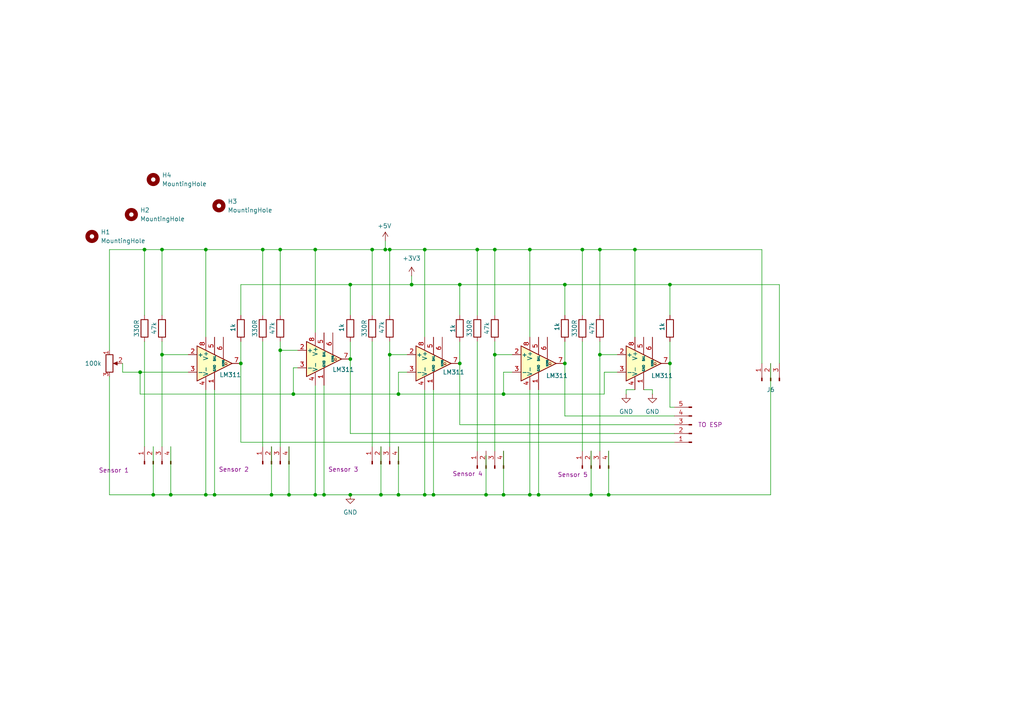
<source format=kicad_sch>
(kicad_sch (version 20250114) (generator "eeschema") (generator_version "9.0")
  (paper "A4")
  (lib_symbols
    (symbol "Comparator:LM311" (pin_names (offset 0.127))
      (property "Reference" "U" (at 3.81 6.35 0))
      (property "Value" "LM311" (at 3.81 3.81 0))
      (symbol "LM311_0_1"
        (polyline (pts (xy 3.683 -0.381) (xy 3.302 -0.381) (xy 3.683 0) (xy 3.302 0.381) (xy 2.921 0) (xy 3.302 -0.381) (xy 2.921 -0.381)) (stroke (width 0.127)))
        (polyline (pts (xy 5.08 0) (xy -5.08 5.08) (xy -5.08 -5.08) (xy 5.08 0)) (stroke (width 0.254)) (fill (type background)))
      )
      (symbol "LM311_1_1"
        (pin input line (at -7.62 2.54 0) (length 2.54) (name "+") (number "2"))
        (pin input line (at -7.62 -2.54 0) (length 2.54) (name "-") (number "3"))
        (pin power_in line (at -2.54 7.62 270) (length 3.81) (name "V+") (number "8"))
        (pin power_in line (at -2.54 -7.62 90) (length 3.81) (name "V-") (number "4"))
        (pin input line (at 0 7.62 270) (length 5.08) (name "BAL") (number "5"))
        (pin passive line (at 0 -7.62 90) (length 5.08) (name "GND") (number "1"))
        (pin input line (at 2.54 7.62 270) (length 6.35) (name "STRB") (number "6"))
        (pin open_collector line (at 7.62 0 180) (length 2.54) (name "~") (number "7"))
      )
    )
    (symbol "Connector:Conn_01x03_Pin" (pin_names (offset 1.016) (hide yes))
      (property "Reference" "J" (at 0 5.08 0))
      (property "Value" "Conn_01x03_Pin" (at 0 -5.08 0))
      (symbol "Conn_01x03_Pin_1_1"
        (rectangle (start 0.8636 2.667) (end 0 2.413) (stroke (width 0.1524)) (fill (type outline)))
        (rectangle (start 0.8636 0.127) (end 0 -0.127) (stroke (width 0.1524)) (fill (type outline)))
        (rectangle (start 0.8636 -2.413) (end 0 -2.667) (stroke (width 0.1524)) (fill (type outline)))
        (polyline (pts (xy 1.27 2.54) (xy 0.8636 2.54)) (stroke (width 0.1524)))
        (polyline (pts (xy 1.27 0) (xy 0.8636 0)) (stroke (width 0.1524)))
        (polyline (pts (xy 1.27 -2.54) (xy 0.8636 -2.54)) (stroke (width 0.1524)))
        (pin passive line (at 5.08 2.54 180) (length 3.81) (name "Pin_1") (number "1"))
        (pin passive line (at 5.08 0 180) (length 3.81) (name "Pin_2") (number "2"))
        (pin passive line (at 5.08 -2.54 180) (length 3.81) (name "Pin_3") (number "3"))
      )
    )
    (symbol "Connector:Conn_01x04_Pin" (pin_names (offset 1.016) (hide yes))
      (property "Reference" "J" (at 0 5.08 0))
      (property "Value" "Conn_01x04_Pin" (at 0 -7.62 0))
      (symbol "Conn_01x04_Pin_1_1"
        (rectangle (start 0.8636 2.667) (end 0 2.413) (stroke (width 0.1524)) (fill (type outline)))
        (rectangle (start 0.8636 0.127) (end 0 -0.127) (stroke (width 0.1524)) (fill (type outline)))
        (rectangle (start 0.8636 -2.413) (end 0 -2.667) (stroke (width 0.1524)) (fill (type outline)))
        (rectangle (start 0.8636 -4.953) (end 0 -5.207) (stroke (width 0.1524)) (fill (type outline)))
        (polyline (pts (xy 1.27 2.54) (xy 0.8636 2.54)) (stroke (width 0.1524)))
        (polyline (pts (xy 1.27 0) (xy 0.8636 0)) (stroke (width 0.1524)))
        (polyline (pts (xy 1.27 -2.54) (xy 0.8636 -2.54)) (stroke (width 0.1524)))
        (polyline (pts (xy 1.27 -5.08) (xy 0.8636 -5.08)) (stroke (width 0.1524)))
        (pin passive line (at 5.08 2.54 180) (length 3.81) (name "Pin_1") (number "1"))
        (pin passive line (at 5.08 0 180) (length 3.81) (name "Pin_2") (number "2"))
        (pin passive line (at 5.08 -2.54 180) (length 3.81) (name "Pin_3") (number "3"))
        (pin passive line (at 5.08 -5.08 180) (length 3.81) (name "Pin_4") (number "4"))
      )
    )
    (symbol "Connector:Conn_01x05_Pin" (pin_names (offset 1.016) (hide yes))
      (property "Reference" "J" (at 0 7.62 0))
      (property "Value" "Conn_01x05_Pin" (at 0 -7.62 0))
      (symbol "Conn_01x05_Pin_1_1"
        (rectangle (start 0.8636 5.207) (end 0 4.953) (stroke (width 0.1524)) (fill (type outline)))
        (rectangle (start 0.8636 2.667) (end 0 2.413) (stroke (width 0.1524)) (fill (type outline)))
        (rectangle (start 0.8636 0.127) (end 0 -0.127) (stroke (width 0.1524)) (fill (type outline)))
        (rectangle (start 0.8636 -2.413) (end 0 -2.667) (stroke (width 0.1524)) (fill (type outline)))
        (rectangle (start 0.8636 -4.953) (end 0 -5.207) (stroke (width 0.1524)) (fill (type outline)))
        (polyline (pts (xy 1.27 5.08) (xy 0.8636 5.08)) (stroke (width 0.1524)))
        (polyline (pts (xy 1.27 2.54) (xy 0.8636 2.54)) (stroke (width 0.1524)))
        (polyline (pts (xy 1.27 0) (xy 0.8636 0)) (stroke (width 0.1524)))
        (polyline (pts (xy 1.27 -2.54) (xy 0.8636 -2.54)) (stroke (width 0.1524)))
        (polyline (pts (xy 1.27 -5.08) (xy 0.8636 -5.08)) (stroke (width 0.1524)))
        (pin passive line (at 5.08 5.08 180) (length 3.81) (name "Pin_1") (number "1"))
        (pin passive line (at 5.08 2.54 180) (length 3.81) (name "Pin_2") (number "2"))
        (pin passive line (at 5.08 0 180) (length 3.81) (name "Pin_3") (number "3"))
        (pin passive line (at 5.08 -2.54 180) (length 3.81) (name "Pin_4") (number "4"))
        (pin passive line (at 5.08 -5.08 180) (length 3.81) (name "Pin_5") (number "5"))
      )
    )
    (symbol "Device:R" (pin_numbers (hide yes)) (pin_names (offset 0))
      (property "Reference" "R" (at 2.032 0 90))
      (property "Value" "R" (at 0 0 90))
      (symbol "R_0_1"
        (rectangle (start -1.016 -2.54) (end 1.016 2.54) (stroke (width 0.254)))
      )
      (symbol "R_1_1"
        (pin passive line (at 0 3.81 270) (length 1.27) (name "~") (number "1"))
        (pin passive line (at 0 -3.81 90) (length 1.27) (name "~") (number "2"))
      )
    )
    (symbol "Device:R_Potentiometer" (pin_names (offset 1.016) (hide yes))
      (property "Reference" "RV" (at -4.445 0 90))
      (property "Value" "R_Potentiometer" (at -2.54 0 90))
      (symbol "R_Potentiometer_0_1"
        (rectangle (start 1.016 2.54) (end -1.016 -2.54) (stroke (width 0.254)))
        (polyline (pts (xy 1.143 0) (xy 2.286 0.508) (xy 2.286 -0.508) (xy 1.143 0)) (fill (type outline)))
        (polyline (pts (xy 2.54 0) (xy 1.524 0)))
      )
      (symbol "R_Potentiometer_1_1"
        (pin passive line (at 0 3.81 270) (length 1.27) (name "1") (number "1"))
        (pin passive line (at 0 -3.81 90) (length 1.27) (name "3") (number "3"))
        (pin passive line (at 3.81 0 180) (length 1.27) (name "2") (number "2"))
      )
    )
    (symbol "Mechanical:MountingHole" (pin_names (offset 1.016)) (in_bom no)
      (property "Reference" "H" (at 0 5.08 0))
      (property "Value" "MountingHole" (at 0 3.175 0))
      (symbol "MountingHole_0_1"
        (circle (center 0 0) (radius 1.27) (stroke (width 1.27)))
      )
    )
    (symbol "power:+3V3" (power) (pin_numbers (hide yes)) (pin_names (offset 0) (hide yes))
      (property "Value" "+3V3" (at 0 3.556 0))
      (symbol "+3V3_0_1"
        (polyline (pts (xy -0.762 1.27) (xy 0 2.54)))
        (polyline (pts (xy 0 2.54) (xy 0.762 1.27)))
        (polyline (pts (xy 0 0) (xy 0 2.54)))
      )
      (symbol "+3V3_1_1"
        (pin power_in line (at 0 0 90) (length 0) (name "~") (number "1"))
      )
    )
    (symbol "power:+5V" (power) (pin_numbers (hide yes)) (pin_names (offset 0) (hide yes))
      (property "Value" "+5V" (at 0 3.556 0))
      (symbol "+5V_0_1"
        (polyline (pts (xy -0.762 1.27) (xy 0 2.54)))
        (polyline (pts (xy 0 2.54) (xy 0.762 1.27)))
        (polyline (pts (xy 0 0) (xy 0 2.54)))
      )
      (symbol "+5V_1_1"
        (pin power_in line (at 0 0 90) (length 0) (name "~") (number "1"))
      )
    )
    (symbol "power:GND" (power) (pin_numbers (hide yes)) (pin_names (offset 0) (hide yes))
      (property "Value" "GND" (at 0 -3.81 0))
      (symbol "GND_0_1"
        (polyline (pts (xy 0 0) (xy 0 -1.27) (xy 1.27 -1.27) (xy 0 -2.54) (xy -1.27 -1.27) (xy 0 -1.27)))
      )
      (symbol "GND_1_1"
        (pin power_in line (at 0 0 270) (length 0) (name "~") (number "1"))
      )
    )
  )
  (junction (at 91.44 72.39))
  (junction (at 125.73 143.51))
  (junction (at 184.15 72.39))
  (junction (at 153.67 72.39))
  (junction (at 123.19 72.39))
  (junction (at 140.97 143.51))
  (junction (at 143.51 102.87))
  (junction (at 113.03 72.39))
  (junction (at 62.23 143.51))
  (junction (at 168.91 72.39))
  (junction (at 93.98 143.51))
  (junction (at 59.69 143.51))
  (junction (at 143.51 72.39))
  (junction (at 40.64 107.95))
  (junction (at 153.67 143.51))
  (junction (at 133.35 82.55))
  (junction (at 138.43 72.39))
  (junction (at 156.21 143.51))
  (junction (at 76.2 72.39))
  (junction (at 78.74 143.51))
  (junction (at 85.09 114.3))
  (junction (at 133.35 105.41))
  (junction (at 146.05 143.51))
  (junction (at 91.44 143.51))
  (junction (at 119.38 82.55))
  (junction (at 123.19 143.51))
  (junction (at 81.28 72.39))
  (junction (at 83.82 143.51))
  (junction (at 46.99 72.39))
  (junction (at 46.99 102.87))
  (junction (at 194.31 105.41))
  (junction (at 107.95 72.39))
  (junction (at 163.83 105.41))
  (junction (at 49.53 143.51))
  (junction (at 171.45 143.51))
  (junction (at 81.28 101.6))
  (junction (at 173.99 102.87))
  (junction (at 44.45 143.51))
  (junction (at 113.03 102.87))
  (junction (at 173.99 72.39))
  (junction (at 41.91 72.39))
  (junction (at 115.57 114.3))
  (junction (at 110.49 143.51))
  (junction (at 194.31 82.55))
  (junction (at 163.83 82.55))
  (junction (at 146.05 114.3))
  (junction (at 59.69 72.39))
  (junction (at 176.53 143.51))
  (junction (at 101.6 143.51))
  (junction (at 101.6 104.14))
  (junction (at 69.85 105.41))
  (junction (at 101.6 82.55))
  (junction (at 115.57 143.51))
  (junction (at 111.76 72.39))
  (wire (pts (xy 133.35 82.55) (xy 133.35 91.44)))
  (wire (pts (xy 113.03 72.39) (xy 113.03 91.44)))
  (wire (pts (xy 101.6 82.55) (xy 119.38 82.55)))
  (wire (pts (xy 81.28 101.6) (xy 81.28 129.54)))
  (wire (pts (xy 46.99 99.06) (xy 46.99 102.87)))
  (wire (pts (xy 163.83 82.55) (xy 194.31 82.55)))
  (wire (pts (xy 111.76 72.39) (xy 113.03 72.39)))
  (wire (pts (xy 194.31 82.55) (xy 194.31 91.44)))
  (wire (pts (xy 171.45 130.81) (xy 171.45 143.51)))
  (wire (pts (xy 40.64 107.95) (xy 40.64 114.3)))
  (wire (pts (xy 101.6 143.51) (xy 110.49 143.51)))
  (wire (pts (xy 113.03 102.87) (xy 118.11 102.87)))
  (wire (pts (xy 153.67 72.39) (xy 153.67 97.79)))
  (wire (pts (xy 69.85 105.41) (xy 69.85 99.06)))
  (wire (pts (xy 168.91 99.06) (xy 168.91 130.81)))
  (wire (pts (xy 184.15 72.39) (xy 173.99 72.39)))
  (wire (pts (xy 156.21 113.03) (xy 156.21 143.51)))
  (wire (pts (xy 93.98 111.76) (xy 93.98 143.51)))
  (wire (pts (xy 46.99 102.87) (xy 46.99 129.54)))
  (wire (pts (xy 49.53 143.51) (xy 59.69 143.51)))
  (wire (pts (xy 85.09 106.68) (xy 86.36 106.68)))
  (wire (pts (xy 173.99 72.39) (xy 168.91 72.39)))
  (wire (pts (xy 123.19 72.39) (xy 138.43 72.39)))
  (wire (pts (xy 176.53 143.51) (xy 223.52 143.51)))
  (wire (pts (xy 138.43 72.39) (xy 143.51 72.39)))
  (wire (pts (xy 62.23 143.51) (xy 78.74 143.51)))
  (wire (pts (xy 146.05 114.3) (xy 146.05 107.95)))
  (wire (pts (xy 143.51 102.87) (xy 148.59 102.87)))
  (wire (pts (xy 113.03 72.39) (xy 123.19 72.39)))
  (wire (pts (xy 168.91 72.39) (xy 168.91 91.44)))
  (wire (pts (xy 119.38 82.55) (xy 133.35 82.55)))
  (wire (pts (xy 115.57 107.95) (xy 118.11 107.95)))
  (wire (pts (xy 133.35 105.41) (xy 133.35 123.19)))
  (wire (pts (xy 44.45 143.51) (xy 49.53 143.51)))
  (wire (pts (xy 226.06 105.41) (xy 226.06 82.55)))
  (wire (pts (xy 69.85 128.27) (xy 195.58 128.27)))
  (wire (pts (xy 44.45 129.54) (xy 44.45 143.51)))
  (wire (pts (xy 186.69 113.03) (xy 189.23 113.03)))
  (wire (pts (xy 123.19 113.03) (xy 123.19 143.51)))
  (wire (pts (xy 110.49 143.51) (xy 115.57 143.51)))
  (wire (pts (xy 101.6 125.73) (xy 195.58 125.73)))
  (wire (pts (xy 175.26 114.3) (xy 146.05 114.3)))
  (wire (pts (xy 31.75 101.6) (xy 31.75 72.39)))
  (wire (pts (xy 76.2 91.44) (xy 76.2 72.39)))
  (wire (pts (xy 91.44 72.39) (xy 107.95 72.39)))
  (wire (pts (xy 46.99 102.87) (xy 54.61 102.87)))
  (wire (pts (xy 133.35 123.19) (xy 195.58 123.19)))
  (wire (pts (xy 107.95 91.44) (xy 107.95 72.39)))
  (wire (pts (xy 220.98 105.41) (xy 220.98 72.39)))
  (wire (pts (xy 194.31 82.55) (xy 226.06 82.55)))
  (wire (pts (xy 163.83 82.55) (xy 163.83 91.44)))
  (wire (pts (xy 220.98 72.39) (xy 184.15 72.39)))
  (wire (pts (xy 179.07 107.95) (xy 175.26 107.95)))
  (wire (pts (xy 163.83 120.65) (xy 195.58 120.65)))
  (wire (pts (xy 111.76 69.85) (xy 111.76 72.39)))
  (wire (pts (xy 113.03 102.87) (xy 113.03 129.54)))
  (wire (pts (xy 46.99 72.39) (xy 46.99 91.44)))
  (wire (pts (xy 101.6 99.06) (xy 101.6 104.14)))
  (wire (pts (xy 140.97 132.08) (xy 140.97 143.51)))
  (wire (pts (xy 119.38 80.01) (xy 119.38 82.55)))
  (wire (pts (xy 91.44 143.51) (xy 93.98 143.51)))
  (wire (pts (xy 123.19 72.39) (xy 123.19 97.79)))
  (wire (pts (xy 91.44 111.76) (xy 91.44 143.51)))
  (wire (pts (xy 78.74 129.54) (xy 78.74 143.51)))
  (wire (pts (xy 83.82 143.51) (xy 91.44 143.51)))
  (wire (pts (xy 81.28 72.39) (xy 81.28 91.44)))
  (wire (pts (xy 78.74 143.51) (xy 83.82 143.51)))
  (wire (pts (xy 101.6 82.55) (xy 101.6 91.44)))
  (wire (pts (xy 146.05 143.51) (xy 146.05 130.81)))
  (wire (pts (xy 140.97 143.51) (xy 146.05 143.51)))
  (wire (pts (xy 81.28 99.06) (xy 81.28 101.6)))
  (wire (pts (xy 76.2 99.06) (xy 76.2 129.54)))
  (wire (pts (xy 101.6 104.14) (xy 101.6 125.73)))
  (wire (pts (xy 171.45 143.51) (xy 176.53 143.51)))
  (wire (pts (xy 194.31 118.11) (xy 195.58 118.11)))
  (wire (pts (xy 163.83 105.41) (xy 163.83 120.65)))
  (wire (pts (xy 85.09 114.3) (xy 115.57 114.3)))
  (wire (pts (xy 31.75 143.51) (xy 44.45 143.51)))
  (wire (pts (xy 83.82 129.54) (xy 83.82 143.51)))
  (wire (pts (xy 110.49 129.54) (xy 110.49 143.51)))
  (wire (pts (xy 153.67 113.03) (xy 153.67 143.51)))
  (wire (pts (xy 189.23 113.03) (xy 189.23 114.3)))
  (wire (pts (xy 143.51 102.87) (xy 143.51 130.81)))
  (wire (pts (xy 123.19 143.51) (xy 125.73 143.51)))
  (wire (pts (xy 223.52 105.41) (xy 223.52 143.51)))
  (wire (pts (xy 35.56 107.95) (xy 40.64 107.95)))
  (wire (pts (xy 40.64 107.95) (xy 54.61 107.95)))
  (wire (pts (xy 176.53 130.81) (xy 176.53 143.51)))
  (wire (pts (xy 173.99 102.87) (xy 173.99 130.81)))
  (wire (pts (xy 194.31 99.06) (xy 194.31 105.41)))
  (wire (pts (xy 69.85 91.44) (xy 69.85 82.55)))
  (wire (pts (xy 133.35 82.55) (xy 163.83 82.55)))
  (wire (pts (xy 81.28 72.39) (xy 91.44 72.39)))
  (wire (pts (xy 143.51 99.06) (xy 143.51 102.87)))
  (wire (pts (xy 115.57 107.95) (xy 115.57 114.3)))
  (wire (pts (xy 62.23 113.03) (xy 62.23 143.51)))
  (wire (pts (xy 81.28 101.6) (xy 86.36 101.6)))
  (wire (pts (xy 49.53 129.54) (xy 49.53 143.51)))
  (wire (pts (xy 156.21 143.51) (xy 153.67 143.51)))
  (wire (pts (xy 138.43 99.06) (xy 138.43 130.81)))
  (wire (pts (xy 107.95 72.39) (xy 111.76 72.39)))
  (wire (pts (xy 194.31 105.41) (xy 194.31 118.11)))
  (wire (pts (xy 184.15 72.39) (xy 184.15 97.79)))
  (wire (pts (xy 85.09 114.3) (xy 85.09 106.68)))
  (wire (pts (xy 173.99 102.87) (xy 179.07 102.87)))
  (wire (pts (xy 125.73 113.03) (xy 125.73 143.51)))
  (wire (pts (xy 59.69 143.51) (xy 62.23 143.51)))
  (wire (pts (xy 153.67 143.51) (xy 146.05 143.51)))
  (wire (pts (xy 125.73 143.51) (xy 140.97 143.51)))
  (wire (pts (xy 175.26 107.95) (xy 175.26 114.3)))
  (wire (pts (xy 69.85 105.41) (xy 69.85 128.27)))
  (wire (pts (xy 40.64 114.3) (xy 85.09 114.3)))
  (wire (pts (xy 59.69 72.39) (xy 76.2 72.39)))
  (wire (pts (xy 168.91 72.39) (xy 153.67 72.39)))
  (wire (pts (xy 91.44 72.39) (xy 91.44 96.52)))
  (wire (pts (xy 173.99 72.39) (xy 173.99 91.44)))
  (wire (pts (xy 113.03 99.06) (xy 113.03 102.87)))
  (wire (pts (xy 181.61 113.03) (xy 184.15 113.03)))
  (wire (pts (xy 41.91 99.06) (xy 41.91 129.54)))
  (wire (pts (xy 146.05 107.95) (xy 148.59 107.95)))
  (wire (pts (xy 93.98 143.51) (xy 101.6 143.51)))
  (wire (pts (xy 59.69 113.03) (xy 59.69 143.51)))
  (wire (pts (xy 181.61 114.3) (xy 181.61 113.03)))
  (wire (pts (xy 153.67 72.39) (xy 143.51 72.39)))
  (wire (pts (xy 41.91 91.44) (xy 41.91 72.39)))
  (wire (pts (xy 107.95 99.06) (xy 107.95 129.54)))
  (wire (pts (xy 41.91 72.39) (xy 46.99 72.39)))
  (wire (pts (xy 115.57 129.54) (xy 115.57 143.51)))
  (wire (pts (xy 46.99 72.39) (xy 59.69 72.39)))
  (wire (pts (xy 163.83 99.06) (xy 163.83 105.41)))
  (wire (pts (xy 173.99 99.06) (xy 173.99 102.87)))
  (wire (pts (xy 156.21 143.51) (xy 171.45 143.51)))
  (wire (pts (xy 138.43 72.39) (xy 138.43 91.44)))
  (wire (pts (xy 59.69 72.39) (xy 59.69 97.79)))
  (wire (pts (xy 133.35 99.06) (xy 133.35 105.41)))
  (wire (pts (xy 143.51 72.39) (xy 143.51 91.44)))
  (wire (pts (xy 115.57 114.3) (xy 146.05 114.3)))
  (wire (pts (xy 35.56 105.41) (xy 35.56 107.95)))
  (wire (pts (xy 76.2 72.39) (xy 81.28 72.39)))
  (wire (pts (xy 31.75 72.39) (xy 41.91 72.39)))
  (wire (pts (xy 31.75 109.22) (xy 31.75 143.51)))
  (wire (pts (xy 115.57 143.51) (xy 123.19 143.51)))
  (wire (pts (xy 69.85 82.55) (xy 101.6 82.55)))
  (symbol (lib_id "Device:R") (at 194.31 95.25 0) (unit 1)
    (property "Reference" "R16" (effects (hide yes)))
    (property "Value" "1k" (at 192.024 96.012 90) (effects (justify left)))
    (property "Footprint" "Resistor_THT:R_Axial_DIN0207_L6.3mm_D2.5mm_P7.62mm_Horizontal" (effects (hide yes)))
    (property "Description" "Resistor" (effects (hide yes)))
  )
  (symbol (lib_id "Mechanical:MountingHole") (at 26.67 68.58 0) (unit 1) (in_bom no)
    (property "Reference" "H1" (at 29.21 67.3099 0) (effects (justify left)))
    (property "Value" "MountingHole" (at 29.21 69.8499 0) (effects (justify left)))
    (property "Footprint" "MountingHole:MountingHole_3.2mm_M3" (effects (hide yes)))
    (property "Description" "Mounting Hole without connection" (effects (hide yes)))
  )
  (symbol (lib_id "Device:R") (at 101.6 95.25 0) (unit 1)
    (property "Reference" "R6" (effects (hide yes)))
    (property "Value" "1k" (at 99.06 96.266 90) (effects (justify left)))
    (property "Footprint" "Resistor_THT:R_Axial_DIN0207_L6.3mm_D2.5mm_P7.62mm_Horizontal" (effects (hide yes)))
    (property "Description" "Resistor" (effects (hide yes)))
  )
  (symbol (lib_id "Device:R") (at 81.28 95.25 0) (unit 1)
    (property "Reference" "R4" (effects (hide yes)))
    (property "Value" "47k" (at 78.994 97.028 90) (effects (justify left)))
    (property "Footprint" "Resistor_THT:R_Axial_DIN0207_L6.3mm_D2.5mm_P7.62mm_Horizontal" (effects (hide yes)))
    (property "Description" "Resistor" (effects (hide yes)))
  )
  (symbol (lib_id "Device:R") (at 173.99 95.25 0) (unit 1)
    (property "Reference" "R15" (effects (hide yes)))
    (property "Value" "47k" (at 171.704 97.028 90) (effects (justify left)))
    (property "Footprint" "Resistor_THT:R_Axial_DIN0207_L6.3mm_D2.5mm_P7.62mm_Horizontal" (effects (hide yes)))
    (property "Description" "Resistor" (effects (hide yes)))
  )
  (symbol (lib_id "Device:R") (at 168.91 95.25 0) (unit 1)
    (property "Reference" "R14" (effects (hide yes)))
    (property "Value" "330R" (at 166.624 97.79 90) (effects (justify left)))
    (property "Footprint" "Resistor_THT:R_Axial_DIN0207_L6.3mm_D2.5mm_P7.62mm_Horizontal" (effects (hide yes)))
    (property "Description" "Resistor" (effects (hide yes)))
  )
  (symbol (lib_id "Device:R") (at 76.2 95.25 0) (unit 1)
    (property "Reference" "R5" (effects (hide yes)))
    (property "Value" "330R" (at 73.914 97.79 90) (effects (justify left)))
    (property "Footprint" "Resistor_THT:R_Axial_DIN0207_L6.3mm_D2.5mm_P7.62mm_Horizontal" (effects (hide yes)))
    (property "Description" "Resistor" (effects (hide yes)))
  )
  (symbol (lib_id "Comparator:LM311") (at 125.73 105.41 0) (unit 1)
    (property "Reference" "U3" (effects (hide yes)))
    (property "Value" "LM311" (at 131.572 107.95 0))
    (property "Footprint" "Package_DIP:DIP-8_W7.62mm_Socket_LongPads" (effects (hide yes)))
    (property "Datasheet" "https://www.st.com/resource/en/datasheet/lm311.pdf" (effects (hide yes)))
    (property "Description" "Voltage Comparator, DIP-8/SOIC-8" (effects (hide yes)))
  )
  (symbol (lib_id "Mechanical:MountingHole") (at 63.5 59.69 0) (unit 1) (in_bom no)
    (property "Reference" "H3" (at 66.04 58.4199 0) (effects (justify left)))
    (property "Value" "MountingHole" (at 66.04 60.9599 0) (effects (justify left)))
    (property "Footprint" "MountingHole:MountingHole_3.2mm_M3" (effects (hide yes)))
    (property "Description" "Mounting Hole without connection" (effects (hide yes)))
  )
  (symbol (lib_id "Device:R") (at 107.95 95.25 0) (unit 1)
    (property "Reference" "R8" (effects (hide yes)))
    (property "Value" "330R" (at 105.664 97.79 90) (effects (justify left)))
    (property "Footprint" "Resistor_THT:R_Axial_DIN0207_L6.3mm_D2.5mm_P7.62mm_Horizontal" (effects (hide yes)))
    (property "Description" "Resistor" (effects (hide yes)))
  )
  (symbol (lib_id "Device:R") (at 41.91 95.25 0) (unit 1)
    (property "Reference" "R2" (effects (hide yes)))
    (property "Value" "330R" (at 39.624 97.79 90) (effects (justify left)))
    (property "Footprint" "Resistor_THT:R_Axial_DIN0207_L6.3mm_D2.5mm_P7.62mm_Horizontal" (effects (hide yes)))
    (property "Description" "Resistor" (effects (hide yes)))
  )
  (symbol (lib_id "Device:R") (at 46.99 95.25 0) (unit 1)
    (property "Reference" "R1" (effects (hide yes)))
    (property "Value" "47k" (at 44.704 97.028 90) (effects (justify left)))
    (property "Footprint" "Resistor_THT:R_Axial_DIN0207_L6.3mm_D2.5mm_P7.62mm_Horizontal" (effects (hide yes)))
    (property "Description" "Resistor" (effects (hide yes)))
  )
  (symbol (lib_id "Connector:Conn_01x04_Pin") (at 171.45 135.89 90) (unit 1)
    (property "Reference" "J7" (effects (hide yes)))
    (property "Value" "Reflectance Sensor 4" (effects (hide yes)))
    (property "Footprint" "Connector_JST:JST_EH_B4B-EH-A_1x04_P2.50mm_Vertical" (effects (hide yes)))
    (property "Description" "Sensor 5" (at 166.116 137.668 90))
  )
  (symbol (lib_id "Device:R") (at 113.03 95.25 0) (unit 1)
    (property "Reference" "R7" (effects (hide yes)))
    (property "Value" "47k" (at 110.744 96.774 90) (effects (justify left)))
    (property "Footprint" "Resistor_THT:R_Axial_DIN0207_L6.3mm_D2.5mm_P7.62mm_Horizontal" (effects (hide yes)))
    (property "Description" "Resistor" (effects (hide yes)))
  )
  (symbol (lib_id "Mechanical:MountingHole") (at 44.45 52.07 0) (unit 1) (in_bom no)
    (property "Reference" "H4" (at 46.99 50.7999 0) (effects (justify left)))
    (property "Value" "MountingHole" (at 46.99 53.3399 0) (effects (justify left)))
    (property "Footprint" "MountingHole:MountingHole_3.2mm_M3" (effects (hide yes)))
    (property "Description" "Mounting Hole without connection" (effects (hide yes)))
  )
  (symbol (lib_id "Connector:Conn_01x04_Pin") (at 140.97 135.89 90) (unit 1)
    (property "Reference" "J4" (effects (hide yes)))
    (property "Value" "Reflectance Sensor 4" (effects (hide yes)))
    (property "Footprint" "Connector_JST:JST_EH_B4B-EH-A_1x04_P2.50mm_Vertical" (effects (hide yes)))
    (property "Description" "Sensor 4" (at 135.636 137.414 90))
  )
  (symbol (lib_id "power:+3V3") (at 119.38 80.01 0) (unit 1)
    (property "Reference" "#PWR03" (effects (hide yes)))
    (property "Value" "+3V3" (at 119.38 74.93 0))
    (property "Description" "Power symbol creates a global label with name \"+3V3\"" (effects (hide yes)))
  )
  (symbol (lib_id "Device:R_Potentiometer") (at 31.75 105.41 0) (unit 1)
    (property "Reference" "RV1" (effects (hide yes)))
    (property "Value" "100k" (at 29.464 105.41 0) (effects (justify right)))
    (property "Footprint" "Potentiometer_THT:Potentiometer_Bourns_3296W_Vertical" (effects (hide yes)))
    (property "Description" "Potentiometer" (effects (hide yes)))
  )
  (symbol (lib_id "Device:R") (at 133.35 95.25 0) (unit 1)
    (property "Reference" "R9" (effects (hide yes)))
    (property "Value" "1k" (at 131.318 96.52 90) (effects (justify left)))
    (property "Footprint" "Resistor_THT:R_Axial_DIN0207_L6.3mm_D2.5mm_P7.62mm_Horizontal" (effects (hide yes)))
    (property "Description" "Resistor" (effects (hide yes)))
  )
  (symbol (lib_id "Comparator:LM311") (at 186.69 105.41 0) (unit 1)
    (property "Reference" "U5" (effects (hide yes)))
    (property "Value" "LM311" (at 192.024 108.966 0))
    (property "Footprint" "Package_DIP:DIP-8_W7.62mm_Socket_LongPads" (effects (hide yes)))
    (property "Datasheet" "https://www.st.com/resource/en/datasheet/lm311.pdf" (effects (hide yes)))
    (property "Description" "Voltage Comparator, DIP-8/SOIC-8" (effects (hide yes)))
  )
  (symbol (lib_id "Comparator:LM311") (at 156.21 105.41 0) (unit 1)
    (property "Reference" "U4" (effects (hide yes)))
    (property "Value" "LM311" (at 161.544 108.966 0))
    (property "Footprint" "Package_DIP:DIP-8_W7.62mm_Socket_LongPads" (effects (hide yes)))
    (property "Datasheet" "https://www.st.com/resource/en/datasheet/lm311.pdf" (effects (hide yes)))
    (property "Description" "Voltage Comparator, DIP-8/SOIC-8" (effects (hide yes)))
  )
  (symbol (lib_id "Device:R") (at 163.83 95.25 0) (unit 1)
    (property "Reference" "R12" (effects (hide yes)))
    (property "Value" "1k" (at 161.544 96.012 90) (effects (justify left)))
    (property "Footprint" "Resistor_THT:R_Axial_DIN0207_L6.3mm_D2.5mm_P7.62mm_Horizontal" (effects (hide yes)))
    (property "Description" "Resistor" (effects (hide yes)))
  )
  (symbol (lib_id "Connector:Conn_01x03_Pin") (at 223.52 110.49 90) (unit 1)
    (property "Reference" "J6" (at 223.52 113.03 90))
    (property "Value" "Conn_01x03_Pin" (effects (hide yes)))
    (property "Footprint" "Connector_JST:JST_EH_B3B-EH-A_1x03_P2.50mm_Vertical" (effects (hide yes)))
    (property "Description" "5V, 3V3, GND" (effects (hide yes)))
  )
  (symbol (lib_id "Comparator:LM311") (at 93.98 104.14 0) (unit 1)
    (property "Reference" "U1" (effects (hide yes)))
    (property "Value" "LM311" (at 99.568 107.188 0))
    (property "Footprint" "Package_DIP:DIP-8_W7.62mm_Socket_LongPads" (effects (hide yes)))
    (property "Datasheet" "https://www.st.com/resource/en/datasheet/lm311.pdf" (effects (hide yes)))
    (property "Description" "Voltage Comparator, DIP-8/SOIC-8" (effects (hide yes)))
  )
  (symbol (lib_id "Device:R") (at 69.85 95.25 0) (unit 1)
    (property "Reference" "R3" (effects (hide yes)))
    (property "Value" "1k" (at 67.564 96.266 90) (effects (justify left)))
    (property "Footprint" "Resistor_THT:R_Axial_DIN0207_L6.3mm_D2.5mm_P7.62mm_Horizontal" (effects (hide yes)))
    (property "Description" "Resistor" (effects (hide yes)))
  )
  (symbol (lib_id "Comparator:LM311") (at 62.23 105.41 0) (unit 1)
    (property "Reference" "U2" (effects (hide yes)))
    (property "Value" "LM311" (at 66.802 108.712 0))
    (property "Footprint" "Package_DIP:DIP-8_W7.62mm_Socket_LongPads" (effects (hide yes)))
    (property "Datasheet" "https://www.st.com/resource/en/datasheet/lm311.pdf" (effects (hide yes)))
    (property "Description" "Voltage Comparator, DIP-8/SOIC-8" (effects (hide yes)))
  )
  (symbol (lib_id "Connector:Conn_01x04_Pin") (at 78.74 134.62 90) (unit 1)
    (property "Reference" "J2" (effects (hide yes)))
    (property "Value" "JCt 4pin" (effects (hide yes)))
    (property "Footprint" "Connector_JST:JST_EH_B4B-EH-A_1x04_P2.50mm_Vertical" (effects (hide yes)))
    (property "Description" "Sensor 2" (at 67.818 136.144 90))
  )
  (symbol (lib_id "Connector:Conn_01x05_Pin") (at 200.66 123.19 180) (unit 1)
    (property "Reference" "J8" (effects (hide yes)))
    (property "Value" "Conn_01x05_Pin" (effects (hide yes)))
    (property "Footprint" "Connector_JST:JST_EH_B5B-EH-A_1x05_P2.50mm_Vertical" (effects (hide yes)))
    (property "Description" "TO ESP" (at 205.994 123.19 0))
  )
  (symbol (lib_id "power:GND") (at 181.61 114.3 0) (unit 1)
    (property "Reference" "#PWR04" (effects (hide yes)))
    (property "Value" "GND" (at 181.61 119.38 0))
    (property "Description" "Power symbol creates a global label with name \"GND\" , ground" (effects (hide yes)))
  )
  (symbol (lib_id "Connector:Conn_01x04_Pin") (at 44.45 134.62 90) (unit 1)
    (property "Reference" "J1" (effects (hide yes)))
    (property "Value" "JCT 4pin" (effects (hide yes)))
    (property "Footprint" "Connector_JST:JST_EH_B4B-EH-A_1x04_P2.50mm_Vertical" (effects (hide yes)))
    (property "Description" "Sensor 1" (at 33.02 136.398 90))
  )
  (symbol (lib_id "Device:R") (at 138.43 95.25 0) (unit 1)
    (property "Reference" "R11" (effects (hide yes)))
    (property "Value" "330R" (at 136.144 97.79 90) (effects (justify left)))
    (property "Footprint" "Resistor_THT:R_Axial_DIN0207_L6.3mm_D2.5mm_P7.62mm_Horizontal" (effects (hide yes)))
    (property "Description" "Resistor" (effects (hide yes)))
  )
  (symbol (lib_id "power:GND") (at 101.6 143.51 0) (unit 1)
    (property "Reference" "#PWR02" (effects (hide yes)))
    (property "Value" "GND" (at 101.6 148.59 0))
    (property "Description" "Power symbol creates a global label with name \"GND\" , ground" (effects (hide yes)))
  )
  (symbol (lib_id "Mechanical:MountingHole") (at 38.1 62.23 0) (unit 1) (in_bom no)
    (property "Reference" "H2" (at 40.64 60.9599 0) (effects (justify left)))
    (property "Value" "MountingHole" (at 40.64 63.4999 0) (effects (justify left)))
    (property "Footprint" "MountingHole:MountingHole_3.2mm_M3" (effects (hide yes)))
    (property "Description" "Mounting Hole without connection" (effects (hide yes)))
  )
  (symbol (lib_id "Connector:Conn_01x04_Pin") (at 110.49 134.62 90) (unit 1)
    (property "Reference" "J3" (effects (hide yes)))
    (property "Value" "JCT 4pin" (effects (hide yes)))
    (property "Footprint" "Connector_JST:JST_EH_B4B-EH-A_1x04_P2.50mm_Vertical" (effects (hide yes)))
    (property "Description" "Sensor 3" (at 99.568 136.144 90))
  )
  (symbol (lib_id "Device:R") (at 143.51 95.25 0) (unit 1)
    (property "Reference" "R10" (effects (hide yes)))
    (property "Value" "47k" (at 141.224 97.028 90) (effects (justify left)))
    (property "Footprint" "Resistor_THT:R_Axial_DIN0207_L6.3mm_D2.5mm_P7.62mm_Horizontal" (effects (hide yes)))
    (property "Description" "Resistor" (effects (hide yes)))
  )
  (symbol (lib_id "power:+5V") (at 111.76 69.85 0) (unit 1)
    (property "Reference" "#PWR01" (effects (hide yes)))
    (property "Value" "+5V" (at 111.506 65.532 0))
    (property "Description" "Power symbol creates a global label with name \"+5V\"" (effects (hide yes)))
  )
  (symbol (lib_id "power:GND") (at 189.23 114.3 0) (unit 1)
    (property "Reference" "#PWR05" (effects (hide yes)))
    (property "Value" "GND" (at 189.23 119.38 0))
    (property "Description" "Power symbol creates a global label with name \"GND\" , ground" (effects (hide yes)))
  )
)
</source>
